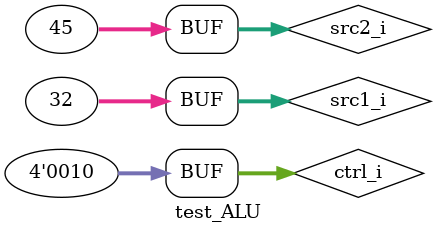
<source format=v>
`timescale 1ns / 1ps


module test_ALU;

	// Inputs
	reg [31:0] src1_i;
	reg [31:0] src2_i;
	reg [3:0] ctrl_i;

	// Outputs
	wire [31:0] result_o;
	wire zero_o;

	// Instantiate the Unit Under Test (UUT)
	ALU uut (
		.src1_i(src1_i), 
		.src2_i(src2_i), 
		.ctrl_i(ctrl_i), 
		.result_o(result_o), 
		.zero_o(zero_o)
	);

	initial begin
		// Initialize Inputs
		src1_i = 0;
		src2_i = 0;
		ctrl_i = 0;

		// Wait 100 ns for global reset to finish
		#100;
        
		// Add stimulus here
		src1_i = 'd32;
		src2_i = 'd45;
		ctrl_i = 4'b0010;

	end
      
endmodule


</source>
